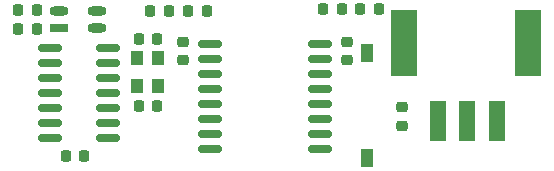
<source format=gbr>
%TF.GenerationSoftware,KiCad,Pcbnew,8.0.4*%
%TF.CreationDate,2024-11-04T15:39:35+01:00*%
%TF.ProjectId,Flipper_Zero_CAN_Module,466c6970-7065-4725-9f5a-65726f5f4341,rev?*%
%TF.SameCoordinates,Original*%
%TF.FileFunction,Paste,Top*%
%TF.FilePolarity,Positive*%
%FSLAX46Y46*%
G04 Gerber Fmt 4.6, Leading zero omitted, Abs format (unit mm)*
G04 Created by KiCad (PCBNEW 8.0.4) date 2024-11-04 15:39:35*
%MOMM*%
%LPD*%
G01*
G04 APERTURE LIST*
G04 Aperture macros list*
%AMRoundRect*
0 Rectangle with rounded corners*
0 $1 Rounding radius*
0 $2 $3 $4 $5 $6 $7 $8 $9 X,Y pos of 4 corners*
0 Add a 4 corners polygon primitive as box body*
4,1,4,$2,$3,$4,$5,$6,$7,$8,$9,$2,$3,0*
0 Add four circle primitives for the rounded corners*
1,1,$1+$1,$2,$3*
1,1,$1+$1,$4,$5*
1,1,$1+$1,$6,$7*
1,1,$1+$1,$8,$9*
0 Add four rect primitives between the rounded corners*
20,1,$1+$1,$2,$3,$4,$5,0*
20,1,$1+$1,$4,$5,$6,$7,0*
20,1,$1+$1,$6,$7,$8,$9,0*
20,1,$1+$1,$8,$9,$2,$3,0*%
G04 Aperture macros list end*
%ADD10RoundRect,0.218750X-0.218750X-0.256250X0.218750X-0.256250X0.218750X0.256250X-0.218750X0.256250X0*%
%ADD11RoundRect,0.218750X-0.256250X0.218750X-0.256250X-0.218750X0.256250X-0.218750X0.256250X0.218750X0*%
%ADD12RoundRect,0.225000X-0.250000X0.225000X-0.250000X-0.225000X0.250000X-0.225000X0.250000X0.225000X0*%
%ADD13R,1.100000X1.500000*%
%ADD14R,2.300000X5.600000*%
%ADD15R,1.400000X3.400000*%
%ADD16RoundRect,0.150000X-0.875000X-0.150000X0.875000X-0.150000X0.875000X0.150000X-0.875000X0.150000X0*%
%ADD17RoundRect,0.218750X0.218750X0.256250X-0.218750X0.256250X-0.218750X-0.256250X0.218750X-0.256250X0*%
%ADD18RoundRect,0.225000X-0.225000X-0.250000X0.225000X-0.250000X0.225000X0.250000X-0.225000X0.250000X0*%
%ADD19R,1.050000X1.300000*%
%ADD20RoundRect,0.225000X0.225000X0.250000X-0.225000X0.250000X-0.225000X-0.250000X0.225000X-0.250000X0*%
%ADD21RoundRect,0.150000X0.825000X0.150000X-0.825000X0.150000X-0.825000X-0.150000X0.825000X-0.150000X0*%
%ADD22R,1.600000X0.800000*%
%ADD23O,1.600000X0.800000*%
G04 APERTURE END LIST*
D10*
%TO.C,R3*%
X132812500Y-74550000D03*
X134387500Y-74550000D03*
%TD*%
D11*
%TO.C,R15*%
X165300000Y-81212500D03*
X165300000Y-82787500D03*
%TD*%
D12*
%TO.C,C9*%
X160655000Y-75665000D03*
X160655000Y-77215000D03*
%TD*%
D10*
%TO.C,D2*%
X158605000Y-72898000D03*
X160180000Y-72898000D03*
%TD*%
D13*
%TO.C,SW1*%
X162290000Y-85500000D03*
X162290000Y-76600000D03*
%TD*%
D14*
%TO.C,J6*%
X175950000Y-75800000D03*
X165500000Y-75800000D03*
D15*
X173300000Y-82400000D03*
X170800000Y-82400000D03*
X168300000Y-82400000D03*
%TD*%
D16*
%TO.C,U4*%
X149020000Y-75805000D03*
X149020000Y-77075000D03*
X149020000Y-78345000D03*
X149020000Y-79615000D03*
X149020000Y-80885000D03*
X149020000Y-82155000D03*
X149020000Y-83425000D03*
X149020000Y-84695000D03*
X158320000Y-84695000D03*
X158320000Y-83425000D03*
X158320000Y-82155000D03*
X158320000Y-80885000D03*
X158320000Y-79615000D03*
X158320000Y-78345000D03*
X158320000Y-77075000D03*
X158320000Y-75805000D03*
%TD*%
D10*
%TO.C,R4*%
X132812500Y-73000000D03*
X134387500Y-73000000D03*
%TD*%
D17*
%TO.C,D1*%
X148742500Y-73025000D03*
X147167500Y-73025000D03*
%TD*%
D10*
%TO.C,R1*%
X143992500Y-73025000D03*
X145567500Y-73025000D03*
%TD*%
D17*
%TO.C,R2*%
X163347500Y-72888000D03*
X161772500Y-72888000D03*
%TD*%
D18*
%TO.C,C4*%
X143025000Y-75385000D03*
X144575000Y-75385000D03*
%TD*%
D19*
%TO.C,Y1*%
X144675000Y-79360000D03*
X144675000Y-77060000D03*
X142820000Y-77060000D03*
X142820000Y-79360000D03*
%TD*%
D20*
%TO.C,C3*%
X144575000Y-81100000D03*
X143025000Y-81100000D03*
%TD*%
D21*
%TO.C,U2*%
X140400000Y-83780000D03*
X140400000Y-82510000D03*
X140400000Y-81240000D03*
X140400000Y-79970000D03*
X140400000Y-78700000D03*
X140400000Y-77430000D03*
X140400000Y-76160000D03*
X135450000Y-76160000D03*
X135450000Y-77430000D03*
X135450000Y-78700000D03*
X135450000Y-79970000D03*
X135450000Y-81240000D03*
X135450000Y-82510000D03*
X135450000Y-83780000D03*
%TD*%
D18*
%TO.C,C1*%
X136825000Y-85360000D03*
X138375000Y-85360000D03*
%TD*%
D22*
%TO.C,D3*%
X136275000Y-74475000D03*
D23*
X139475000Y-74475000D03*
X136275000Y-73075000D03*
X139475000Y-73075000D03*
%TD*%
D12*
%TO.C,C7*%
X146750320Y-75665000D03*
X146750320Y-77215000D03*
%TD*%
M02*

</source>
